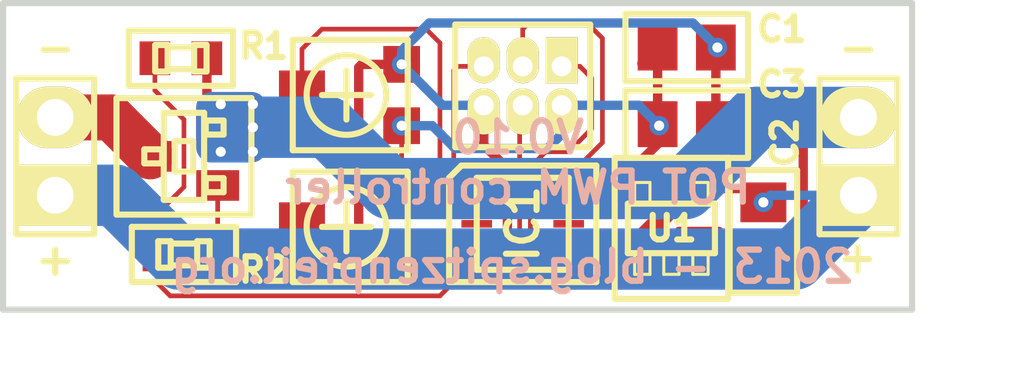
<source format=kicad_pcb>
(kicad_pcb (version 3) (host pcbnew "(2013-05-24 BZR 4164)-testing")

  (general
    (links 31)
    (no_connects 0)
    (area 74.5076 46.6476 111.616669 61.100001)
    (thickness 1.6002)
    (drawings 12)
    (tracks 152)
    (zones 0)
    (modules 14)
    (nets 13)
  )

  (page User 431.8 279.4)
  (title_block
    (title LED-strip_PWM)
    (date "24 May 2013")
    (rev 0.1)
    (company "2012 - blog.spitzenpfeil.org")
  )

  (layers
    (15 Front signal hide)
    (0 Back signal)
    (20 B.SilkS user)
    (21 F.SilkS user hide)
    (22 B.Mask user)
    (23 F.Mask user)
    (25 Cmts.User user)
    (28 Edge.Cuts user)
  )

  (setup
    (last_trace_width 0.1524)
    (user_trace_width 0.1524)
    (user_trace_width 1)
    (user_trace_width 1.5)
    (user_trace_width 2)
    (user_trace_width 2.5)
    (trace_clearance 0.1524)
    (zone_clearance 0.25)
    (zone_45_only yes)
    (trace_min 0.1524)
    (segment_width 0.2)
    (edge_width 0.2)
    (via_size 0.635)
    (via_drill 0.3302)
    (via_min_size 0.635)
    (via_min_drill 0.3302)
    (uvia_size 0.508)
    (uvia_drill 0.127)
    (uvias_allowed no)
    (uvia_min_size 0.508)
    (uvia_min_drill 0.127)
    (pcb_text_width 0.2)
    (pcb_text_size 1 1)
    (mod_edge_width 0.2)
    (mod_text_size 0.8 0.8)
    (mod_text_width 0.2)
    (pad_size 1.19888 1.19888)
    (pad_drill 0)
    (pad_to_mask_clearance 0)
    (aux_axis_origin 0 0)
    (visible_elements 7FFFFF7F)
    (pcbplotparams
      (layerselection 317751297)
      (usegerberextensions true)
      (excludeedgelayer false)
      (linewidth 0.150000)
      (plotframeref false)
      (viasonmask false)
      (mode 1)
      (useauxorigin false)
      (hpglpennumber 1)
      (hpglpenspeed 20)
      (hpglpendiameter 15)
      (hpglpenoverlay 0)
      (psnegative false)
      (psa4output false)
      (plotreference true)
      (plotvalue true)
      (plotothertext true)
      (plotinvisibletext false)
      (padsonsilk false)
      (subtractmaskfromsilk true)
      (outputformat 1)
      (mirror false)
      (drillshape 0)
      (scaleselection 1)
      (outputdirectory gerber_files/))
  )

  (net 0 "")
  (net 1 /MISO)
  (net 2 /MOSI)
  (net 3 /POT1)
  (net 4 /POT2)
  (net 5 /RESET)
  (net 6 /SCK)
  (net 7 /Vin)
  (net 8 /drain)
  (net 9 GND)
  (net 10 GNDPWR)
  (net 11 N-000004)
  (net 12 VCC)

  (net_class Default "This is the default net class."
    (clearance 0.1524)
    (trace_width 0.1524)
    (via_dia 0.635)
    (via_drill 0.3302)
    (uvia_dia 0.508)
    (uvia_drill 0.127)
    (add_net "")
    (add_net /MISO)
    (add_net /MOSI)
    (add_net /POT1)
    (add_net /POT2)
    (add_net /RESET)
    (add_net /SCK)
    (add_net /drain)
    (add_net N-000004)
  )

  (net_class Power ""
    (clearance 0.1524)
    (trace_width 0.3048)
    (via_dia 0.635)
    (via_drill 0.3302)
    (uvia_dia 0.508)
    (uvia_drill 0.127)
    (add_net /Vin)
    (add_net GND)
    (add_net GNDPWR)
    (add_net VCC)
  )

  (module MADW__MLF10 (layer Front) (tedit 51A0251C) (tstamp 51A00159)
    (at 92.95 55.2)
    (path /51A021E9)
    (attr smd)
    (fp_text reference IC1 (at 0 0 90) (layer F.SilkS)
      (effects (font (size 1 1) (thickness 0.2)))
    )
    (fp_text value ATTINY13A-MM (at 0 3.3) (layer F.SilkS) hide
      (effects (font (size 1 1) (thickness 0.2)))
    )
    (fp_line (start -2.4 -1.5) (end -2.4 1.9) (layer F.SilkS) (width 0.2))
    (fp_line (start -2 -1.9) (end 2.4 -1.9) (layer F.SilkS) (width 0.2))
    (fp_line (start -2 -1.9) (end -2.4 -1.5) (layer F.SilkS) (width 0.2))
    (fp_line (start 2.4 1.9) (end -2.4 1.9) (layer F.SilkS) (width 0.2))
    (fp_line (start 2.4 -1.9) (end 2.4 1.9) (layer F.SilkS) (width 0.2))
    (fp_line (start -1.5 -1.5) (end 1.5 -1.5) (layer F.SilkS) (width 0.2))
    (fp_line (start 1.5 -1.5) (end 1.5 1.5) (layer F.SilkS) (width 0.2))
    (fp_line (start 1.5 1.5) (end -1.5 1.5) (layer F.SilkS) (width 0.2))
    (fp_line (start -1.5 1.5) (end -1.5 -1.5) (layer F.SilkS) (width 0.2))
    (pad 1 smd rect (at -1.5 -1) (size 1 0.25)
      (layers Front F.Mask)
      (net 5 /RESET)
    )
    (pad 2 smd rect (at -1.5 -0.5) (size 1 0.25)
      (layers Front F.Mask)
      (net 3 /POT1)
    )
    (pad 3 smd rect (at -1.5 0) (size 1 0.25)
      (layers Front F.Mask)
    )
    (pad 4 smd rect (at -1.5 0.5) (size 1 0.25)
      (layers Front F.Mask)
      (net 4 /POT2)
    )
    (pad 5 smd rect (at -1.5 1) (size 1 0.25)
      (layers Front F.Mask)
      (net 9 GND)
    )
    (pad 6 smd rect (at 1.5 1) (size 1 0.25)
      (layers Front F.Mask)
      (net 2 /MOSI)
    )
    (pad 7 smd rect (at 1.5 0.5) (size 1 0.25)
      (layers Front F.Mask)
      (net 1 /MISO)
    )
    (pad 8 smd rect (at 1.5 0) (size 1 0.25)
      (layers Front F.Mask)
    )
    (pad 9 smd rect (at 1.5 -0.5) (size 1 0.25)
      (layers Front F.Mask)
      (net 6 /SCK)
    )
    (pad 10 smd rect (at 1.5 -1) (size 1 0.25)
      (layers Front F.Mask)
      (net 12 VCC)
    )
  )

  (module MADW__SMD-net-noin-0.5mm (layer Front) (tedit 511B72E3) (tstamp 51050176)
    (at 101.35 51.95)
    (path /50ED7F02)
    (fp_text reference NJ1 (at 0 -3.175) (layer F.SilkS) hide
      (effects (font (size 0.8 0.8) (thickness 0.2)))
    )
    (fp_text value NET-JOIN (at 1.524 2.794) (layer F.SilkS) hide
      (effects (font (size 0.8 0.8) (thickness 0.2)))
    )
    (fp_line (start -0.381 0.127) (end 0.381 0.127) (layer Front) (width 0.25))
    (fp_line (start -0.381 -0.127) (end 0.381 -0.127) (layer Front) (width 0.25))
    (fp_line (start -0.381 0) (end 0.381 0) (layer Front) (width 0.25))
    (pad 1 smd rect (at -0.381 0) (size 0.5 0.5)
      (layers Front)
      (net 9 GND)
    )
    (pad 2 smd rect (at 0.381 0) (size 0.5 0.5)
      (layers Front)
      (net 10 GNDPWR)
    )
  )

  (module MADW__SIL-2 (layer Front) (tedit 51992091) (tstamp 51991833)
    (at 103.9 53 90)
    (descr "Connecteurs 2 pins")
    (tags "CONN DEV")
    (path /50B20DF4)
    (fp_text reference P1 (at 0 -2.54 90) (layer F.SilkS) hide
      (effects (font (size 0.8 0.8) (thickness 0.2)))
    )
    (fp_text value CONN_2 (at 0 2.54 90) (layer F.SilkS) hide
      (effects (font (size 0.8 0.8) (thickness 0.2)))
    )
    (fp_line (start -2.54 1.27) (end -2.54 -1.27) (layer F.SilkS) (width 0.2))
    (fp_line (start -2.54 -1.27) (end 2.54 -1.27) (layer F.SilkS) (width 0.2))
    (fp_line (start 2.54 -1.27) (end 2.54 1.27) (layer F.SilkS) (width 0.2))
    (fp_line (start 2.54 1.27) (end -2.54 1.27) (layer F.SilkS) (width 0.2))
    (pad 1 thru_hole rect (at -1.27 0 90) (size 2 2.5) (drill 1.2)
      (layers *.Cu *.Mask F.SilkS)
      (net 7 /Vin)
    )
    (pad 2 thru_hole oval (at 1.27 0 90) (size 2 2.5) (drill 1.2)
      (layers *.Cu *.Mask F.SilkS)
      (net 10 GNDPWR)
    )
  )

  (module MADW__SIL-2 (layer Front) (tedit 5199209F) (tstamp 5199183C)
    (at 77.7 53 90)
    (descr "Connecteurs 2 pins")
    (tags "CONN DEV")
    (path /50B20CB2)
    (fp_text reference P2 (at 0 -2.54 90) (layer F.SilkS) hide
      (effects (font (size 0.8 0.8) (thickness 0.2)))
    )
    (fp_text value CONN_2 (at 0 2.54 90) (layer F.SilkS) hide
      (effects (font (size 0.8 0.8) (thickness 0.2)))
    )
    (fp_line (start -2.54 1.27) (end -2.54 -1.27) (layer F.SilkS) (width 0.2))
    (fp_line (start -2.54 -1.27) (end 2.54 -1.27) (layer F.SilkS) (width 0.2))
    (fp_line (start 2.54 -1.27) (end 2.54 1.27) (layer F.SilkS) (width 0.2))
    (fp_line (start 2.54 1.27) (end -2.54 1.27) (layer F.SilkS) (width 0.2))
    (pad 1 thru_hole rect (at -1.27 0 90) (size 2 2.5) (drill 1.2)
      (layers *.Cu *.Mask F.SilkS)
      (net 7 /Vin)
    )
    (pad 2 thru_hole oval (at 1.27 0 90) (size 2 2.5) (drill 1.2)
      (layers *.Cu *.Mask F.SilkS)
      (net 8 /drain)
    )
  )

  (module MADW__C0805 (layer Front) (tedit 51991D5C) (tstamp 51991A91)
    (at 98.3 49.45)
    (descr CAPACITOR)
    (tags CAPACITOR)
    (path /4F76EBA8)
    (attr smd)
    (fp_text reference C1 (at 3.1 -0.6 180) (layer F.SilkS)
      (effects (font (size 0.8 0.8) (thickness 0.2)))
    )
    (fp_text value 100nF (at 0 2.2) (layer F.SilkS) hide
      (effects (font (size 0.8 0.8) (thickness 0.2)))
    )
    (fp_line (start 2 -1.1) (end -2 -1.1) (layer F.SilkS) (width 0.2))
    (fp_line (start 2 -1.1) (end 2 1.1) (layer F.SilkS) (width 0.2))
    (fp_line (start 2 1.1) (end -2 1.1) (layer F.SilkS) (width 0.2))
    (fp_line (start -2 1.1) (end -2 -1.1) (layer F.SilkS) (width 0.2))
    (fp_line (start 0.2 -0.4) (end 0.2 0.4) (layer Dwgs.User) (width 0.1))
    (fp_line (start -0.2 -0.4) (end -0.2 0.4) (layer Dwgs.User) (width 0.1))
    (fp_line (start -0.2 0) (end -0.6 0) (layer Dwgs.User) (width 0.1))
    (fp_line (start 0.2 0) (end 0.6 0) (layer Dwgs.User) (width 0.1))
    (fp_line (start -1 -0.63) (end 1 -0.63) (layer Dwgs.User) (width 0.2))
    (fp_line (start 1 -0.63) (end 1 0.63) (layer Dwgs.User) (width 0.2))
    (fp_line (start 1 0.63) (end -1 0.63) (layer Dwgs.User) (width 0.2))
    (fp_line (start -1 0.63) (end -1 -0.63) (layer Dwgs.User) (width 0.2))
    (pad 1 smd rect (at -0.94996 0) (size 1.29794 1.4986)
      (layers Front F.Mask)
      (net 12 VCC)
    )
    (pad 2 smd rect (at 0.94996 0) (size 1.29794 1.4986)
      (layers Front F.Mask)
      (net 9 GND)
    )
  )

  (module MADW__C0805 (layer Front) (tedit 51991D77) (tstamp 51991AA2)
    (at 100.8 55.45 270)
    (descr CAPACITOR)
    (tags CAPACITOR)
    (path /4F76EB9D)
    (attr smd)
    (fp_text reference C2 (at -2.9 -0.7 270) (layer F.SilkS)
      (effects (font (size 0.8 0.8) (thickness 0.2)))
    )
    (fp_text value 100nF (at 0 2.2 270) (layer F.SilkS) hide
      (effects (font (size 0.8 0.8) (thickness 0.2)))
    )
    (fp_line (start 2 -1.1) (end -2 -1.1) (layer F.SilkS) (width 0.2))
    (fp_line (start 2 -1.1) (end 2 1.1) (layer F.SilkS) (width 0.2))
    (fp_line (start 2 1.1) (end -2 1.1) (layer F.SilkS) (width 0.2))
    (fp_line (start -2 1.1) (end -2 -1.1) (layer F.SilkS) (width 0.2))
    (fp_line (start 0.2 -0.4) (end 0.2 0.4) (layer Dwgs.User) (width 0.1))
    (fp_line (start -0.2 -0.4) (end -0.2 0.4) (layer Dwgs.User) (width 0.1))
    (fp_line (start -0.2 0) (end -0.6 0) (layer Dwgs.User) (width 0.1))
    (fp_line (start 0.2 0) (end 0.6 0) (layer Dwgs.User) (width 0.1))
    (fp_line (start -1 -0.63) (end 1 -0.63) (layer Dwgs.User) (width 0.2))
    (fp_line (start 1 -0.63) (end 1 0.63) (layer Dwgs.User) (width 0.2))
    (fp_line (start 1 0.63) (end -1 0.63) (layer Dwgs.User) (width 0.2))
    (fp_line (start -1 0.63) (end -1 -0.63) (layer Dwgs.User) (width 0.2))
    (pad 1 smd rect (at -0.94996 0 270) (size 1.29794 1.4986)
      (layers Front F.Mask)
      (net 7 /Vin)
    )
    (pad 2 smd rect (at 0.94996 0 270) (size 1.29794 1.4986)
      (layers Front F.Mask)
      (net 10 GNDPWR)
    )
  )

  (module MADW__C0805 (layer Front) (tedit 51991D6E) (tstamp 51991AB3)
    (at 98.3 51.95)
    (descr CAPACITOR)
    (tags CAPACITOR)
    (path /4F6EEE81)
    (attr smd)
    (fp_text reference C3 (at 3.1 -1.3) (layer F.SilkS)
      (effects (font (size 0.8 0.8) (thickness 0.2)))
    )
    (fp_text value 4.7µF (at 0 2.2) (layer F.SilkS) hide
      (effects (font (size 0.8 0.8) (thickness 0.2)))
    )
    (fp_line (start 2 -1.1) (end -2 -1.1) (layer F.SilkS) (width 0.2))
    (fp_line (start 2 -1.1) (end 2 1.1) (layer F.SilkS) (width 0.2))
    (fp_line (start 2 1.1) (end -2 1.1) (layer F.SilkS) (width 0.2))
    (fp_line (start -2 1.1) (end -2 -1.1) (layer F.SilkS) (width 0.2))
    (fp_line (start 0.2 -0.4) (end 0.2 0.4) (layer Dwgs.User) (width 0.1))
    (fp_line (start -0.2 -0.4) (end -0.2 0.4) (layer Dwgs.User) (width 0.1))
    (fp_line (start -0.2 0) (end -0.6 0) (layer Dwgs.User) (width 0.1))
    (fp_line (start 0.2 0) (end 0.6 0) (layer Dwgs.User) (width 0.1))
    (fp_line (start -1 -0.63) (end 1 -0.63) (layer Dwgs.User) (width 0.2))
    (fp_line (start 1 -0.63) (end 1 0.63) (layer Dwgs.User) (width 0.2))
    (fp_line (start 1 0.63) (end -1 0.63) (layer Dwgs.User) (width 0.2))
    (fp_line (start -1 0.63) (end -1 -0.63) (layer Dwgs.User) (width 0.2))
    (pad 1 smd rect (at -0.94996 0) (size 1.29794 1.4986)
      (layers Front F.Mask)
      (net 12 VCC)
    )
    (pad 2 smd rect (at 0.94996 0) (size 1.29794 1.4986)
      (layers Front F.Mask)
      (net 9 GND)
    )
  )

  (module MADW__R0603_2 (layer Front) (tedit 519FCED7) (tstamp 51991873)
    (at 81.8 49.8 180)
    (descr RESISTOR)
    (tags RESISTOR)
    (path /50B51D62)
    (attr smd)
    (fp_text reference R1 (at -2.7 0.4 360) (layer F.SilkS)
      (effects (font (size 0.8 0.8) (thickness 0.2)))
    )
    (fp_text value 100k (at 0 2.1 180) (layer F.SilkS) hide
      (effects (font (size 0.8 0.8) (thickness 0.2)))
    )
    (fp_line (start -1.7 -0.9) (end 1.7 -0.9) (layer F.SilkS) (width 0.2))
    (fp_line (start 1.7 -0.9) (end 1.7 0.9) (layer F.SilkS) (width 0.2))
    (fp_line (start 1.7 0.9) (end -1.7 0.9) (layer F.SilkS) (width 0.2))
    (fp_line (start -1.7 0.9) (end -1.7 -0.9) (layer F.SilkS) (width 0.2))
    (fp_line (start 0.4318 0.4318) (end 0.8382 0.4318) (layer F.SilkS) (width 0.2))
    (fp_line (start 0.8382 0.4318) (end 0.8382 -0.4318) (layer F.SilkS) (width 0.2))
    (fp_line (start 0.4318 -0.4318) (end 0.8382 -0.4318) (layer F.SilkS) (width 0.2))
    (fp_line (start 0.4318 0.4318) (end 0.4318 -0.4318) (layer F.SilkS) (width 0.2))
    (fp_line (start -0.8382 0.4318) (end -0.4318 0.4318) (layer F.SilkS) (width 0.2))
    (fp_line (start -0.4318 0.4318) (end -0.4318 -0.4318) (layer F.SilkS) (width 0.2))
    (fp_line (start -0.8382 -0.4318) (end -0.4318 -0.4318) (layer F.SilkS) (width 0.2))
    (fp_line (start -0.8382 0.4318) (end -0.8382 -0.4318) (layer F.SilkS) (width 0.2))
    (fp_line (start -0.4318 0.3556) (end 0.4318 0.3556) (layer F.SilkS) (width 0.2))
    (fp_line (start 0.4318 -0.3556) (end -0.4318 -0.3556) (layer F.SilkS) (width 0.2))
    (pad 1 smd rect (at -0.84836 0 180) (size 0.99822 1.09982)
      (layers Front F.Mask)
      (net 10 GNDPWR)
    )
    (pad 2 smd rect (at 0.84836 0 180) (size 0.99822 1.09982)
      (layers Front F.Mask)
      (net 2 /MOSI)
    )
  )

  (module MADW__R0603_2 (layer Front) (tedit 519FCED3) (tstamp 519FCE3A)
    (at 81.9 56.2)
    (descr RESISTOR)
    (tags RESISTOR)
    (path /4F6EEBD3)
    (attr smd)
    (fp_text reference R2 (at 2.6 0.5 180) (layer F.SilkS)
      (effects (font (size 0.8 0.8) (thickness 0.2)))
    )
    (fp_text value 150R (at 0 2.1) (layer F.SilkS) hide
      (effects (font (size 0.8 0.8) (thickness 0.2)))
    )
    (fp_line (start -1.7 -0.9) (end 1.7 -0.9) (layer F.SilkS) (width 0.2))
    (fp_line (start 1.7 -0.9) (end 1.7 0.9) (layer F.SilkS) (width 0.2))
    (fp_line (start 1.7 0.9) (end -1.7 0.9) (layer F.SilkS) (width 0.2))
    (fp_line (start -1.7 0.9) (end -1.7 -0.9) (layer F.SilkS) (width 0.2))
    (fp_line (start 0.4318 0.4318) (end 0.8382 0.4318) (layer F.SilkS) (width 0.2))
    (fp_line (start 0.8382 0.4318) (end 0.8382 -0.4318) (layer F.SilkS) (width 0.2))
    (fp_line (start 0.4318 -0.4318) (end 0.8382 -0.4318) (layer F.SilkS) (width 0.2))
    (fp_line (start 0.4318 0.4318) (end 0.4318 -0.4318) (layer F.SilkS) (width 0.2))
    (fp_line (start -0.8382 0.4318) (end -0.4318 0.4318) (layer F.SilkS) (width 0.2))
    (fp_line (start -0.4318 0.4318) (end -0.4318 -0.4318) (layer F.SilkS) (width 0.2))
    (fp_line (start -0.8382 -0.4318) (end -0.4318 -0.4318) (layer F.SilkS) (width 0.2))
    (fp_line (start -0.8382 0.4318) (end -0.8382 -0.4318) (layer F.SilkS) (width 0.2))
    (fp_line (start -0.4318 0.3556) (end 0.4318 0.3556) (layer F.SilkS) (width 0.2))
    (fp_line (start 0.4318 -0.3556) (end -0.4318 -0.3556) (layer F.SilkS) (width 0.2))
    (pad 1 smd rect (at -0.84836 0) (size 0.99822 1.09982)
      (layers Front F.Mask)
      (net 2 /MOSI)
    )
    (pad 2 smd rect (at 0.84836 0) (size 0.99822 1.09982)
      (layers Front F.Mask)
      (net 11 N-000004)
    )
  )

  (module MADW__TC33X-POT (layer Front) (tedit 51A00109) (tstamp 51A0050B)
    (at 87.2 51 90)
    (path /519FCA8A)
    (fp_text reference RV1 (at -0.01 -3.44 90) (layer F.SilkS) hide
      (effects (font (size 1 1) (thickness 0.2)))
    )
    (fp_text value 50k (at 0 3.85064 90) (layer F.SilkS) hide
      (effects (font (size 1 1) (thickness 0.2)))
    )
    (fp_line (start -0.8001 0) (end 0.8001 0) (layer F.SilkS) (width 0.2))
    (fp_line (start 0 -0.8001) (end 0 0.8001) (layer F.SilkS) (width 0.2))
    (fp_circle (center 0 0) (end 1.15062 0.59944) (layer F.SilkS) (width 0.2))
    (fp_line (start 0 -1.75006) (end 1.80086 -1.75006) (layer F.SilkS) (width 0.2))
    (fp_line (start 1.80086 -1.75006) (end 1.80086 1.99898) (layer F.SilkS) (width 0.2))
    (fp_line (start 1.80086 1.99898) (end -1.80086 1.99898) (layer F.SilkS) (width 0.2))
    (fp_line (start -1.80086 1.99898) (end -1.80086 -1.75006) (layer F.SilkS) (width 0.2))
    (fp_line (start -1.80086 -1.75006) (end 0 -1.75006) (layer F.SilkS) (width 0.2))
    (pad 1 smd rect (at -1.00076 1.80086 90) (size 1.19888 1.19888)
      (layers Front F.Mask)
      (net 12 VCC)
    )
    (pad 3 smd rect (at 1.00076 1.80086 90) (size 1.19888 1.19888)
      (layers Front F.Mask)
      (net 9 GND)
    )
    (pad 2 smd rect (at 0 -1.45034 90) (size 1.6002 1.50114)
      (layers Front F.Mask)
      (net 3 /POT1)
    )
  )

  (module MADW__TC33X-POT (layer Front) (tedit 519FCB6D) (tstamp 519FCC4F)
    (at 87.2 55.3 90)
    (path /519FCA99)
    (fp_text reference RV2 (at -0.01 -3.44 90) (layer F.SilkS) hide
      (effects (font (size 1 1) (thickness 0.2)))
    )
    (fp_text value 50k (at 0 3.85064 90) (layer F.SilkS) hide
      (effects (font (size 1 1) (thickness 0.2)))
    )
    (fp_line (start -0.8001 0) (end 0.8001 0) (layer F.SilkS) (width 0.2))
    (fp_line (start 0 -0.8001) (end 0 0.8001) (layer F.SilkS) (width 0.2))
    (fp_circle (center 0 0) (end 1.15062 0.59944) (layer F.SilkS) (width 0.2))
    (fp_line (start 0 -1.75006) (end 1.80086 -1.75006) (layer F.SilkS) (width 0.2))
    (fp_line (start 1.80086 -1.75006) (end 1.80086 1.99898) (layer F.SilkS) (width 0.2))
    (fp_line (start 1.80086 1.99898) (end -1.80086 1.99898) (layer F.SilkS) (width 0.2))
    (fp_line (start -1.80086 1.99898) (end -1.80086 -1.75006) (layer F.SilkS) (width 0.2))
    (fp_line (start -1.80086 -1.75006) (end 0 -1.75006) (layer F.SilkS) (width 0.2))
    (pad 1 smd rect (at -1.00076 1.80086 90) (size 1.19888 1.19888)
      (layers Front F.Mask)
      (net 9 GND)
    )
    (pad 3 smd rect (at 1.00076 1.80086 90) (size 1.19888 1.19888)
      (layers Front F.Mask)
      (net 12 VCC)
    )
    (pad 2 smd rect (at 0 -1.45034 90) (size 1.6002 1.50114)
      (layers Front F.Mask)
      (net 4 /POT2)
    )
  )

  (module MADW__SOT23 (layer Front) (tedit 519FE6EE) (tstamp 519FDA42)
    (at 81.9 53 90)
    (descr "SMALL OUTLINE TRANSISTOR")
    (tags "SMALL OUTLINE TRANSISTOR")
    (path /519FBEE4)
    (attr smd)
    (fp_text reference T1 (at 0 -3 90) (layer F.SilkS) hide
      (effects (font (size 1 1) (thickness 0.2)))
    )
    (fp_text value AO3400 (at 0 3.2 90) (layer F.SilkS) hide
      (effects (font (size 1 1) (thickness 0.2)))
    )
    (fp_line (start 1.9 -2.2) (end 1.9 2.2) (layer F.SilkS) (width 0.2))
    (fp_line (start 1.9 2.2) (end -1.9 2.2) (layer F.SilkS) (width 0.2))
    (fp_line (start -1.9 2.2) (end -1.9 -2.2) (layer F.SilkS) (width 0.2))
    (fp_line (start -1.9 -2.2) (end 1.9 -2.2) (layer F.SilkS) (width 0.2))
    (fp_line (start -0.2286 -0.7112) (end 0.2286 -0.7112) (layer F.SilkS) (width 0.2))
    (fp_line (start 0.2286 -0.7112) (end 0.2286 -1.29286) (layer F.SilkS) (width 0.2))
    (fp_line (start -0.2286 -1.29286) (end 0.2286 -1.29286) (layer F.SilkS) (width 0.2))
    (fp_line (start -0.2286 -0.7112) (end -0.2286 -1.29286) (layer F.SilkS) (width 0.2))
    (fp_line (start 0.7112 1.29286) (end 1.1684 1.29286) (layer F.SilkS) (width 0.2))
    (fp_line (start 1.1684 1.29286) (end 1.1684 0.7112) (layer F.SilkS) (width 0.2))
    (fp_line (start 0.7112 0.7112) (end 1.1684 0.7112) (layer F.SilkS) (width 0.2))
    (fp_line (start 0.7112 1.29286) (end 0.7112 0.7112) (layer F.SilkS) (width 0.2))
    (fp_line (start -1.1684 1.29286) (end -0.7112 1.29286) (layer F.SilkS) (width 0.2))
    (fp_line (start -0.7112 1.29286) (end -0.7112 0.7112) (layer F.SilkS) (width 0.2))
    (fp_line (start -1.1684 0.7112) (end -0.7112 0.7112) (layer F.SilkS) (width 0.2))
    (fp_line (start -1.1684 1.29286) (end -1.1684 0.7112) (layer F.SilkS) (width 0.2))
    (fp_line (start -0.49784 0.29972) (end 0.49784 0.29972) (layer F.SilkS) (width 0.2))
    (fp_line (start 0.49784 0.29972) (end 0.49784 -0.29972) (layer F.SilkS) (width 0.2))
    (fp_line (start -0.49784 -0.29972) (end 0.49784 -0.29972) (layer F.SilkS) (width 0.2))
    (fp_line (start -0.49784 0.29972) (end -0.49784 -0.29972) (layer F.SilkS) (width 0.2))
    (fp_line (start 1.41986 -0.65786) (end 1.41986 0.65786) (layer F.SilkS) (width 0.2))
    (fp_line (start 1.41986 0.65786) (end -1.41986 0.65786) (layer F.SilkS) (width 0.2))
    (fp_line (start -1.41986 0.65786) (end -1.41986 -0.65786) (layer F.SilkS) (width 0.2))
    (fp_line (start -1.41986 -0.65786) (end 1.41986 -0.65786) (layer F.SilkS) (width 0.2))
    (pad 1 smd rect (at -0.95 1.1 90) (size 1 1.4)
      (layers Front F.Mask)
      (net 11 N-000004)
    )
    (pad 2 smd rect (at 0.95 1.1 90) (size 1 1.4)
      (layers Front F.Mask)
      (net 10 GNDPWR)
    )
    (pad 3 smd rect (at 0 -1.1 90) (size 1 1.4)
      (layers Front F.Mask)
      (net 8 /drain)
    )
  )

  (module MADW__SOT23-5 (layer Front) (tedit 519FE6F7) (tstamp 519FC4C3)
    (at 97.8 55.35)
    (descr "SMALL OUTLINE TRANSISTOR")
    (tags "SMALL OUTLINE TRANSISTOR")
    (path /50ED7AA4)
    (attr smd)
    (fp_text reference U1 (at 0 0) (layer F.SilkS)
      (effects (font (size 0.8 0.8) (thickness 0.2)))
    )
    (fp_text value MCP1804-SOT23-5 (at 0 3.1) (layer F.SilkS) hide
      (effects (font (size 0.8 0.8) (thickness 0.2)))
    )
    (fp_line (start -1.85 -2.3) (end 1.85 -2.3) (layer F.SilkS) (width 0.2))
    (fp_line (start -1.85 -2.3) (end -1.85 2.3) (layer F.SilkS) (width 0.2))
    (fp_line (start -1.85 2.3) (end 1.85 2.3) (layer F.SilkS) (width 0.2))
    (fp_line (start 1.85 -2.3) (end 1.85 2.3) (layer F.SilkS) (width 0.2))
    (fp_line (start -1.41986 -0.80772) (end 1.41986 -0.80772) (layer F.SilkS) (width 0.2))
    (fp_line (start -1.41986 0.80772) (end 1.41986 0.80772) (layer F.SilkS) (width 0.2))
    (fp_line (start -1.19888 1.4986) (end -0.6985 1.4986) (layer F.SilkS) (width 0.1))
    (fp_line (start -0.6985 1.4986) (end -0.6985 0.84836) (layer F.SilkS) (width 0.1))
    (fp_line (start -1.19888 1.4986) (end -1.19888 0.84836) (layer F.SilkS) (width 0.1))
    (fp_line (start -0.24892 1.4986) (end 0.24892 1.4986) (layer F.SilkS) (width 0.1))
    (fp_line (start 0.24892 1.4986) (end 0.24892 0.84836) (layer F.SilkS) (width 0.1))
    (fp_line (start -0.24892 1.4986) (end -0.24892 0.84836) (layer F.SilkS) (width 0.1))
    (fp_line (start 0.6985 1.4986) (end 1.19888 1.4986) (layer F.SilkS) (width 0.1))
    (fp_line (start 1.19888 1.4986) (end 1.19888 0.84836) (layer F.SilkS) (width 0.1))
    (fp_line (start 0.6985 1.4986) (end 0.6985 0.84836) (layer F.SilkS) (width 0.1))
    (fp_line (start 1.19888 -0.84836) (end 1.19888 -1.4986) (layer F.SilkS) (width 0.1))
    (fp_line (start 0.6985 -1.4986) (end 1.19888 -1.4986) (layer F.SilkS) (width 0.1))
    (fp_line (start 0.6985 -0.84836) (end 0.6985 -1.4986) (layer F.SilkS) (width 0.1))
    (fp_line (start -0.6985 -0.84836) (end -0.6985 -1.4986) (layer F.SilkS) (width 0.1))
    (fp_line (start -1.19888 -1.4986) (end -0.6985 -1.4986) (layer F.SilkS) (width 0.1))
    (fp_line (start -1.19888 -0.84836) (end -1.19888 -1.4986) (layer F.SilkS) (width 0.1))
    (fp_line (start 1.41986 -0.80772) (end 1.41986 0.80772) (layer F.SilkS) (width 0.2))
    (fp_line (start -1.41986 0.80772) (end -1.41986 -0.80772) (layer F.SilkS) (width 0.2))
    (pad 1 smd rect (at -0.95 1.3) (size 0.65 1.25)
      (layers Front F.Mask)
      (net 7 /Vin)
    )
    (pad 2 smd rect (at 0 1.3) (size 0.65 1.25)
      (layers Front F.Mask)
      (net 10 GNDPWR)
    )
    (pad 3 smd rect (at 0.95 1.3) (size 0.65 1.25)
      (layers Front F.Mask)
    )
    (pad 4 smd rect (at 0.95 -1.3) (size 0.65 1.25)
      (layers Front F.Mask)
      (net 7 /Vin)
    )
    (pad 5 smd rect (at -0.95 -1.3) (size 0.65 1.25)
      (layers Front F.Mask)
      (net 12 VCC)
    )
  )

  (module MADW__PIN_ARRAY_3x2_1.27mm (layer Front) (tedit 51A00393) (tstamp 51A00529)
    (at 92.95 50.7 180)
    (descr "Male 3x2 header with 1.27mm raster")
    (tags "CONN, header, male, 3x2, 1.27mm")
    (path /4F6EC6BB)
    (clearance 0.15)
    (fp_text reference JP1 (at 0 -3.1 180) (layer F.SilkS) hide
      (effects (font (size 1 1) (thickness 0.2)))
    )
    (fp_text value ISP (at 0 3.3 180) (layer F.SilkS) hide
      (effects (font (size 1 1) (thickness 0.2)))
    )
    (fp_line (start 2.2 -2) (end -2.2 -2) (layer F.SilkS) (width 0.2))
    (fp_line (start -2.2 -2) (end -2.2 2) (layer F.SilkS) (width 0.2))
    (fp_line (start 2.2 -2) (end 2.2 2) (layer F.SilkS) (width 0.2))
    (fp_line (start 2.2 2) (end -2.2 2) (layer F.SilkS) (width 0.2))
    (pad 1 thru_hole rect (at -1.27 0.635 180) (size 1.05 1.5) (drill 0.65 (offset 0 0.2))
      (layers *.Cu *.Mask F.SilkS)
      (net 1 /MISO)
    )
    (pad 2 thru_hole oval (at -1.27 -0.635 180) (size 1.05 1.5) (drill 0.65 (offset 0 -0.2))
      (layers *.Cu *.Mask F.SilkS)
      (net 12 VCC)
    )
    (pad 3 thru_hole oval (at 0 0.635 180) (size 1.05 1.5) (drill 0.65 (offset 0 0.2))
      (layers *.Cu *.Mask F.SilkS)
      (net 6 /SCK)
    )
    (pad 4 thru_hole oval (at 0 -0.635 180) (size 1.05 1.5) (drill 0.65 (offset 0 -0.2))
      (layers *.Cu *.Mask F.SilkS)
      (net 2 /MOSI)
    )
    (pad 5 thru_hole oval (at 1.27 0.635 180) (size 1.05 1.5) (drill 0.65 (offset 0 0.2))
      (layers *.Cu *.Mask F.SilkS)
      (net 5 /RESET)
    )
    (pad 6 thru_hole oval (at 1.27 -0.635 180) (size 1.05 1.5) (drill 0.65 (offset 0 -0.2))
      (layers *.Cu *.Mask F.SilkS)
      (net 9 GND)
    )
  )

  (gr_text + (at 77.7 56.35) (layer F.SilkS)
    (effects (font (size 1 1) (thickness 0.2)))
  )
  (gr_text - (at 77.7 49.45) (layer F.SilkS)
    (effects (font (size 1 1) (thickness 0.2)))
  )
  (gr_text - (at 103.9 49.45) (layer F.SilkS)
    (effects (font (size 1 1) (thickness 0.2)))
  )
  (gr_text + (at 103.8 56.35 90) (layer F.SilkS)
    (effects (font (size 1 1) (thickness 0.2)))
  )
  (dimension 10 (width 0.2) (layer Cmts.User)
    (gr_text "10.000 mm" (at 108.05 53 90) (layer Cmts.User)
      (effects (font (size 0.8 0.8) (thickness 0.2)))
    )
    (feature1 (pts (xy 105.65 48) (xy 108.95 48)))
    (feature2 (pts (xy 105.65 58) (xy 108.95 58)))
    (crossbar (pts (xy 107.15 58) (xy 107.15 48)))
    (arrow1a (pts (xy 107.15 48) (xy 107.736421 49.126504)))
    (arrow1b (pts (xy 107.15 48) (xy 106.563579 49.126504)))
    (arrow2a (pts (xy 107.15 58) (xy 107.736421 56.873496)))
    (arrow2b (pts (xy 107.15 58) (xy 106.563579 56.873496)))
  )
  (dimension 29.65 (width 0.2) (layer Cmts.User)
    (gr_text "29.650 mm" (at 90.825 60.2) (layer Cmts.User)
      (effects (font (size 0.8 0.8) (thickness 0.2)))
    )
    (feature1 (pts (xy 105.65 58) (xy 105.65 61.1)))
    (feature2 (pts (xy 76 58) (xy 76 61.1)))
    (crossbar (pts (xy 76 59.3) (xy 105.65 59.3)))
    (arrow1a (pts (xy 105.65 59.3) (xy 104.523496 59.886421)))
    (arrow1b (pts (xy 105.65 59.3) (xy 104.523496 58.713579)))
    (arrow2a (pts (xy 76 59.3) (xy 77.126504 59.886421)))
    (arrow2b (pts (xy 76 59.3) (xy 77.126504 58.713579)))
  )
  (gr_line (start 105.65 58) (end 76 58) (angle 90) (layer Edge.Cuts) (width 0.2))
  (gr_line (start 76 48) (end 105.65 48) (angle 90) (layer Edge.Cuts) (width 0.2))
  (gr_line (start 105.65 58) (end 105.65 48) (angle 90) (layer Edge.Cuts) (width 0.2))
  (gr_line (start 76 48) (end 76 58) (angle 90) (layer Edge.Cuts) (width 0.2) (tstamp 519FCD61))
  (gr_text "V0.10\nPOT PWM controller" (at 92.8 53.2) (layer B.SilkS)
    (effects (font (size 1.016 1.016) (thickness 0.2032)) (justify mirror))
  )
  (gr_text "2013 - blog.spitzenpfeil.org" (at 92.6 56.6) (layer B.SilkS) (tstamp 51969E44)
    (effects (font (size 1.016 1.016) (thickness 0.2032)) (justify mirror))
  )

  (segment (start 95.2 52.1) (end 95.2 50.45) (width 0.1524) (layer Front) (net 1))
  (segment (start 95.2 52.1) (end 94.45 52.85) (width 0.1524) (layer Front) (net 1) (tstamp 51A02C60))
  (segment (start 94.45 52.85) (end 93.7 52.85) (width 0.1524) (layer Front) (net 1) (tstamp 51A02C61))
  (segment (start 93.7 52.85) (end 93.2 53.35) (width 0.1524) (layer Front) (net 1) (tstamp 51A02C63))
  (segment (start 93.2 53.35) (end 93.2 55.35) (width 0.1524) (layer Front) (net 1) (tstamp 51A02C64))
  (segment (start 93.2 55.35) (end 93.55 55.7) (width 0.1524) (layer Front) (net 1) (tstamp 51A02C65))
  (segment (start 94.45 55.7) (end 93.55 55.7) (width 0.1524) (layer Front) (net 1) (tstamp 51A02C66) (status 10))
  (segment (start 94.815 50.065) (end 94.22 50.065) (width 0.1524) (layer Front) (net 1) (tstamp 51A02CCD) (status 20))
  (segment (start 95.2 50.45) (end 94.815 50.065) (width 0.1524) (layer Front) (net 1) (tstamp 51A02CCC))
  (segment (start 92.85 55.55) (end 92.85 51.435) (width 0.1524) (layer Front) (net 2) (status 20))
  (segment (start 93.5 56.2) (end 92.85 55.55) (width 0.1524) (layer Front) (net 2) (tstamp 51A02C21))
  (segment (start 92.85 51.435) (end 92.95 51.335) (width 0.1524) (layer Front) (net 2) (tstamp 51A02CC3) (status 30))
  (segment (start 93.5 56.2) (end 92.8 56.9) (width 0.1524) (layer Front) (net 2))
  (segment (start 81.05164 57.15164) (end 81.05164 56.2) (width 0.1524) (layer Front) (net 2) (tstamp 51A02C9C) (status 20))
  (segment (start 81.45 57.55) (end 81.05164 57.15164) (width 0.1524) (layer Front) (net 2) (tstamp 51A02C9B))
  (segment (start 90.25 57.55) (end 81.45 57.55) (width 0.1524) (layer Front) (net 2) (tstamp 51A02C9A))
  (segment (start 90.9 56.9) (end 90.25 57.55) (width 0.1524) (layer Front) (net 2) (tstamp 51A02C99))
  (segment (start 92.8 56.9) (end 90.9 56.9) (width 0.1524) (layer Front) (net 2) (tstamp 51A02C98))
  (segment (start 93.5 56.2) (end 94.45 56.2) (width 0.1524) (layer Front) (net 2) (tstamp 51A02C22) (status 20))
  (segment (start 81.05164 56.6) (end 81.05164 54.84836) (width 0.1524) (layer Front) (net 2) (status 10))
  (segment (start 80.95164 50.85164) (end 80.95164 49.5) (width 0.1524) (layer Front) (net 2) (tstamp 519FD37F) (status 20))
  (segment (start 81.9 51.8) (end 80.95164 50.85164) (width 0.1524) (layer Front) (net 2) (tstamp 519FD37E))
  (segment (start 81.9 54) (end 81.9 51.8) (width 0.1524) (layer Front) (net 2) (tstamp 519FD37C))
  (segment (start 81.05164 54.84836) (end 81.9 54) (width 0.1524) (layer Front) (net 2) (tstamp 519FD37A))
  (segment (start 85.74966 51) (end 85.74966 49.50034) (width 0.1524) (layer Front) (net 3) (status 10))
  (segment (start 90.5 54.7) (end 91.45 54.7) (width 0.1524) (layer Front) (net 3) (tstamp 51A02C81) (status 20))
  (segment (start 90.25 54.45) (end 90.5 54.7) (width 0.1524) (layer Front) (net 3) (tstamp 51A02C80))
  (segment (start 90.25 49.3) (end 90.25 54.45) (width 0.1524) (layer Front) (net 3) (tstamp 51A02C7F))
  (segment (start 89.8 48.85) (end 90.25 49.3) (width 0.1524) (layer Front) (net 3) (tstamp 51A02C7E))
  (segment (start 86.4 48.85) (end 89.8 48.85) (width 0.1524) (layer Front) (net 3) (tstamp 51A02C7C))
  (segment (start 85.74966 49.50034) (end 86.4 48.85) (width 0.1524) (layer Front) (net 3) (tstamp 51A02C7B))
  (segment (start 90.4 56.9) (end 90.4 55.85) (width 0.1524) (layer Front) (net 4))
  (segment (start 90.4 56.9) (end 90.1 57.2) (width 0.1524) (layer Front) (net 4) (tstamp 51A02C6A))
  (segment (start 90.1 57.2) (end 86.3 57.2) (width 0.1524) (layer Front) (net 4) (tstamp 51A02C6B))
  (segment (start 86.3 57.2) (end 85.74966 56.64966) (width 0.1524) (layer Front) (net 4) (tstamp 51A02C6C))
  (segment (start 85.74966 55.3) (end 85.74966 56.64966) (width 0.1524) (layer Front) (net 4) (tstamp 51A02C6E) (status 10))
  (segment (start 90.55 55.7) (end 91.45 55.7) (width 0.1524) (layer Front) (net 4) (tstamp 51A02C78) (status 20))
  (segment (start 90.4 55.85) (end 90.55 55.7) (width 0.1524) (layer Front) (net 4) (tstamp 51A02C77))
  (segment (start 90.7 54) (end 90.7 50.2) (width 0.1524) (layer Front) (net 5))
  (segment (start 91.45 54.2) (end 90.9 54.2) (width 0.1524) (layer Front) (net 5) (tstamp 51A02C28) (status 10))
  (segment (start 90.7 54) (end 90.9 54.2) (width 0.1524) (layer Front) (net 5) (tstamp 51A02C27))
  (segment (start 90.835 50.065) (end 91.68 50.065) (width 0.1524) (layer Front) (net 5) (tstamp 51A02CC9) (status 20))
  (segment (start 90.7 50.2) (end 90.835 50.065) (width 0.1524) (layer Front) (net 5) (tstamp 51A02CC8))
  (segment (start 92.95 50.065) (end 92.95 48.85) (width 0.1524) (layer Front) (net 6) (status 10))
  (segment (start 93.6 54.7) (end 93.55 54.65) (width 0.1524) (layer Front) (net 6) (tstamp 51A02C36))
  (segment (start 93.55 54.65) (end 93.55 53.8) (width 0.1524) (layer Front) (net 6) (tstamp 51A02C37))
  (segment (start 93.55 53.8) (end 94 53.35) (width 0.1524) (layer Front) (net 6) (tstamp 51A02C38))
  (segment (start 94 53.35) (end 94.75 53.35) (width 0.1524) (layer Front) (net 6) (tstamp 51A02C39))
  (segment (start 94.75 53.35) (end 95.55 52.55) (width 0.1524) (layer Front) (net 6) (tstamp 51A02C3A))
  (segment (start 93.6 54.7) (end 94.45 54.7) (width 0.1524) (layer Front) (net 6) (status 20))
  (segment (start 95.55 49.15) (end 95.55 52.55) (width 0.1524) (layer Front) (net 6) (tstamp 51A02CD3))
  (segment (start 95.05 48.65) (end 95.55 49.15) (width 0.1524) (layer Front) (net 6) (tstamp 51A02CD2))
  (segment (start 93.15 48.65) (end 95.05 48.65) (width 0.1524) (layer Front) (net 6) (tstamp 51A02CD1))
  (segment (start 92.95 48.85) (end 93.15 48.65) (width 0.1524) (layer Front) (net 6) (tstamp 51A02CD0))
  (segment (start 96.85004 56.64794) (end 96.85004 55.44996) (width 0.3048) (layer Front) (net 7) (status 10))
  (segment (start 98.1 54.05) (end 98.75 54.05) (width 0.3048) (layer Front) (net 7) (tstamp 51A0089E) (status 20))
  (segment (start 97.85 54.3) (end 98.1 54.05) (width 0.3048) (layer Front) (net 7) (tstamp 51A0089C))
  (segment (start 97.85 54.85) (end 97.85 54.3) (width 0.3048) (layer Front) (net 7) (tstamp 51A0089B))
  (segment (start 97.5 55.2) (end 97.85 54.85) (width 0.3048) (layer Front) (net 7) (tstamp 51A0089A))
  (segment (start 97.1 55.2) (end 97.5 55.2) (width 0.3048) (layer Front) (net 7) (tstamp 51A00899))
  (segment (start 96.85004 55.44996) (end 97.1 55.2) (width 0.3048) (layer Front) (net 7) (tstamp 51A00898))
  (segment (start 77.7 54.27) (end 79.67 54.27) (width 2) (layer Back) (net 7) (status 10))
  (segment (start 101.82 56.35) (end 103.9 54.27) (width 2) (layer Back) (net 7) (tstamp 519FD928) (status 20))
  (segment (start 81.75 56.35) (end 101.82 56.35) (width 2) (layer Back) (net 7) (tstamp 519FD927))
  (segment (start 79.67 54.27) (end 81.75 56.35) (width 2) (layer Back) (net 7) (tstamp 519FD926))
  (via (at 100.8 54.50004) (size 0.635) (layers Front Back) (net 7) (status 30))
  (segment (start 100.35202 54.05206) (end 100.8 54.50004) (width 0.3048) (layer Front) (net 7) (tstamp 519FD4DE) (status 30))
  (segment (start 98.74996 54.05206) (end 100.35202 54.05206) (width 0.3048) (layer Front) (net 7) (status 30))
  (segment (start 101.03004 54.27) (end 103.9 54.27) (width 0.3048) (layer Back) (net 7) (tstamp 519FD59F) (status 20))
  (segment (start 100.8 54.50004) (end 101.03004 54.27) (width 0.3048) (layer Back) (net 7) (tstamp 519FD59E))
  (segment (start 77.7 51.73) (end 79.53018 51.73) (width 1.5) (layer Front) (net 8) (status 10))
  (segment (start 79.53018 51.73) (end 80.80018 53) (width 1.5) (layer Front) (net 8) (tstamp 519FD5B3) (status 20))
  (segment (start 89 50) (end 90.335 51.335) (width 0.3048) (layer Back) (net 9))
  (segment (start 90.335 51.335) (end 91.68 51.335) (width 0.3048) (layer Back) (net 9) (tstamp 51A02CE4) (status 20))
  (segment (start 91.68 51.335) (end 91.68 52.63) (width 0.3048) (layer Front) (net 9) (status 10))
  (segment (start 92.3 56.2) (end 91.45 56.2) (width 0.3048) (layer Front) (net 9) (tstamp 51A02C33) (status 20))
  (segment (start 92.45 56.05) (end 92.3 56.2) (width 0.3048) (layer Front) (net 9) (tstamp 51A02C32))
  (segment (start 92.45 53.4) (end 92.45 56.05) (width 0.3048) (layer Front) (net 9) (tstamp 51A02C31))
  (segment (start 91.68 52.63) (end 92.45 53.4) (width 0.3048) (layer Front) (net 9) (tstamp 51A02C30))
  (segment (start 99.3 49.45) (end 99.24996 49.45) (width 0.3048) (layer Front) (net 9) (tstamp 51A00888) (status 30))
  (via (at 99.3 49.45) (size 0.635) (layers Front Back) (net 9) (status 30))
  (segment (start 98.5 48.65) (end 99.3 49.45) (width 0.3048) (layer Back) (net 9) (tstamp 51A00886))
  (segment (start 89.9 48.65) (end 98.5 48.65) (width 0.3048) (layer Back) (net 9) (tstamp 51A00884))
  (segment (start 89.00086 56.30076) (end 87.80076 56.30076) (width 0.3048) (layer Front) (net 9) (tstamp 519FD6DF) (status 10))
  (segment (start 99.25 49.45) (end 99.24996 49.45) (width 0.3048) (layer Front) (net 9) (tstamp 519FD719) (status 30))
  (segment (start 99.3 49.4) (end 99.25 49.45) (width 0.3048) (layer Front) (net 9) (tstamp 519FD718) (status 30))
  (segment (start 99.24996 49.45) (end 99.24996 51.95) (width 0.3048) (layer Front) (net 9) (status 30))
  (segment (start 100.969 51.95) (end 99.24996 51.95) (width 0.1524) (layer Front) (net 9) (status 30))
  (segment (start 99.24996 49.49996) (end 99.24996 49.55) (width 0.3048) (layer Front) (net 9) (tstamp 51A6EA05) (status 30))
  (segment (start 99.2 49.45) (end 99.24996 49.49996) (width 0.3048) (layer Front) (net 9) (tstamp 51A6EA04) (status 30))
  (segment (start 87.6 56.1) (end 87.80076 56.30076) (width 0.3048) (layer Front) (net 9) (tstamp 519FD6DE))
  (segment (start 87.6 50.1) (end 87.6 56.1) (width 0.3048) (layer Front) (net 9) (tstamp 519FD6DD))
  (segment (start 87.70076 49.99924) (end 87.6 50.1) (width 0.3048) (layer Front) (net 9) (tstamp 519FD6DC))
  (segment (start 89 50) (end 89 49.55) (width 0.3048) (layer Back) (net 9))
  (segment (start 89 49.55) (end 89.9 48.65) (width 0.3048) (layer Back) (net 9) (tstamp 51A00883))
  (segment (start 89.0001 50) (end 89.00086 49.99924) (width 0.3048) (layer Front) (net 9) (tstamp 51A005BA) (status 30))
  (segment (start 89 50) (end 89.0001 50) (width 0.3048) (layer Front) (net 9) (tstamp 51A005B9) (status 30))
  (via (at 89 50) (size 0.635) (layers Front Back) (net 9) (status 30))
  (segment (start 89.00086 49.99924) (end 87.70076 49.99924) (width 0.3048) (layer Front) (net 9) (status 10))
  (segment (start 97.8 56.65) (end 97.8 55.7) (width 0.3048) (layer Front) (net 10) (status 10))
  (segment (start 99.89996 56.39996) (end 100.8 56.39996) (width 0.3048) (layer Front) (net 10) (tstamp 51A008A7) (status 20))
  (segment (start 99.6 56.1) (end 99.89996 56.39996) (width 0.3048) (layer Front) (net 10) (tstamp 51A008A6))
  (segment (start 99.6 55.7) (end 99.6 56.1) (width 0.3048) (layer Front) (net 10) (tstamp 51A008A5))
  (segment (start 99.35 55.45) (end 99.6 55.7) (width 0.3048) (layer Front) (net 10) (tstamp 51A008A4))
  (segment (start 98.05 55.45) (end 99.35 55.45) (width 0.3048) (layer Front) (net 10) (tstamp 51A008A3))
  (segment (start 97.8 55.7) (end 98.05 55.45) (width 0.3048) (layer Front) (net 10) (tstamp 51A008A2))
  (segment (start 84.15 52.05) (end 86.5999 52.05) (width 2) (layer Back) (net 10))
  (segment (start 100.57 51.73) (end 103.9 51.73) (width 2) (layer Back) (net 10) (tstamp 519FE9EF) (status 20))
  (segment (start 98.25 54.05) (end 100.57 51.73) (width 2) (layer Back) (net 10) (tstamp 519FE9ED))
  (segment (start 88.5999 54.05) (end 98.25 54.05) (width 2) (layer Back) (net 10) (tstamp 519FE9EC))
  (segment (start 86.5999 52.05) (end 88.5999 54.05) (width 2) (layer Back) (net 10) (tstamp 519FE9E8))
  (segment (start 82.99982 52.05004) (end 82.99982 51.40018) (width 0.3048) (layer Front) (net 10) (status 10))
  (segment (start 82.99982 51.40018) (end 83.1 51.3) (width 0.3048) (layer Front) (net 10) (tstamp 519FDAB8))
  (via (at 83.1 51.3) (size 0.635) (layers Front Back) (net 10))
  (segment (start 83.1 51.3) (end 84.15 51.3) (width 0.3048) (layer Back) (net 10) (tstamp 519FDABA))
  (via (at 84.15 51.3) (size 0.635) (layers Front Back) (net 10))
  (segment (start 84.15 51.3) (end 84.15 52.05) (width 0.3048) (layer Front) (net 10) (tstamp 519FDABD))
  (via (at 84.15 52.05) (size 0.635) (layers Front Back) (net 10))
  (segment (start 84.15 52.05) (end 84.15 52.85) (width 0.3048) (layer Back) (net 10) (tstamp 519FDAC0))
  (via (at 84.15 52.85) (size 0.635) (layers Front Back) (net 10))
  (segment (start 84.15 52.85) (end 83.1 52.85) (width 0.3048) (layer Front) (net 10) (tstamp 519FDAC6))
  (via (at 83.1 52.85) (size 0.635) (layers Front Back) (net 10))
  (segment (start 82.64836 49.5) (end 82.64836 51.69858) (width 0.3048) (layer Front) (net 10) (status 30))
  (segment (start 82.64836 51.69858) (end 82.99982 52.05004) (width 0.3048) (layer Front) (net 10) (tstamp 519FD373) (status 30))
  (segment (start 100.8 56.39996) (end 101.60004 56.39996) (width 0.3048) (layer Front) (net 10) (status 10))
  (segment (start 102.1 55.9) (end 102.1 51.95) (width 0.3048) (layer Front) (net 10) (tstamp 519FD5A4))
  (segment (start 101.60004 56.39996) (end 102.1 55.9) (width 0.3048) (layer Front) (net 10) (tstamp 519FD5A3))
  (segment (start 101.731 51.95) (end 102.1 51.95) (width 0.3048) (layer Front) (net 10) (status 10))
  (segment (start 102.1 51.95) (end 103.68 51.95) (width 0.3048) (layer Front) (net 10) (tstamp 519FD5A7) (status 20))
  (segment (start 103.68 51.95) (end 103.9 51.73) (width 0.3048) (layer Front) (net 10) (tstamp 519FD4ED) (status 30))
  (segment (start 82.99982 53.94996) (end 82.99982 56.34854) (width 0.1524) (layer Front) (net 11) (status 30))
  (segment (start 82.99982 56.34854) (end 82.74836 56.6) (width 0.2032) (layer Front) (net 11) (tstamp 519FD370) (status 30))
  (segment (start 89.00086 52.00076) (end 90.00076 52.00076) (width 0.3048) (layer Back) (net 12))
  (segment (start 89.00086 54.29924) (end 89.00086 52.00076) (width 0.1524) (layer Front) (net 12) (status 30))
  (via (at 89.00086 52.00076) (size 0.635) (layers Front Back) (net 12) (status 30))
  (segment (start 94.22 52.28) (end 94.22 51.335) (width 0.3048) (layer Back) (net 12) (tstamp 51A02CFF))
  (segment (start 93.754802 52.745198) (end 94.22 52.28) (width 0.3048) (layer Back) (net 12) (tstamp 51A02CFE))
  (segment (start 90.745198 52.745198) (end 93.754802 52.745198) (width 0.3048) (layer Back) (net 12) (tstamp 51A02CFD))
  (segment (start 90.00076 52.00076) (end 90.745198 52.745198) (width 0.3048) (layer Back) (net 12) (tstamp 51A02CFC))
  (segment (start 94.22 51.335) (end 96.735 51.335) (width 0.3048) (layer Back) (net 12) (status 10))
  (segment (start 96.735 51.335) (end 97.4 52) (width 0.3048) (layer Back) (net 12) (tstamp 51A02CE0))
  (segment (start 97.4 51.99996) (end 97.35004 51.95) (width 0.3048) (layer Front) (net 12) (tstamp 51A005B2) (status 30))
  (segment (start 97.4 52) (end 97.4 51.99996) (width 0.3048) (layer Front) (net 12) (tstamp 51A005B1) (status 30))
  (via (at 97.4 52) (size 0.635) (layers Front Back) (net 12) (status 30))
  (segment (start 94.45 54.2) (end 96.7 54.2) (width 0.3048) (layer Front) (net 12) (status 30))
  (segment (start 96.7 54.2) (end 96.85 54.05) (width 0.3048) (layer Front) (net 12) (tstamp 51A02C1E) (status 30))
  (segment (start 97.35004 51.95) (end 97.35004 52.59996) (width 0.3048) (layer Front) (net 12) (status 30))
  (segment (start 97.35004 52.59996) (end 96.85 53.1) (width 0.3048) (layer Front) (net 12) (tstamp 51A00568) (status 10))
  (segment (start 96.85 53.1) (end 96.85 54.05) (width 0.3048) (layer Front) (net 12) (tstamp 51A00569) (status 20))
  (segment (start 96.83504 49.965) (end 97.35004 49.45) (width 0.3048) (layer Front) (net 12) (tstamp 519FD4F3) (status 30))
  (segment (start 97.35004 49.45) (end 97.35004 51.95) (width 0.3048) (layer Front) (net 12) (status 30))
  (segment (start 97.2 51.79996) (end 97.35004 51.95) (width 0.3048) (layer Front) (net 12) (tstamp 519D8130) (status 30))

  (zone (net 10) (net_name GNDPWR) (layer Front) (tstamp 519FDA83) (hatch edge 0.508)
    (connect_pads yes (clearance 0.25))
    (min_thickness 0.25)
    (fill (arc_segments 32) (thermal_gap 0.25) (thermal_bridge_width 0.5) (smoothing fillet) (radius 0.5))
    (polygon
      (pts
        (xy 82.3 50.9) (xy 84.6 50.9) (xy 84.6 53.2) (xy 82.3 53.2)
      )
    )
    (filled_polygon
      (pts
        (xy 84.475 52.693859) (xy 84.467202 52.773041) (xy 84.445896 52.843275) (xy 84.411299 52.908002) (xy 84.364737 52.964737)
        (xy 84.308002 53.011299) (xy 84.243275 53.045896) (xy 84.173041 53.067202) (xy 84.093859 53.075) (xy 83.736935 53.075)
        (xy 83.663066 53.075) (xy 82.806141 53.075) (xy 82.726959 53.067202) (xy 82.656725 53.045896) (xy 82.591998 53.011299)
        (xy 82.535263 52.964737) (xy 82.488701 52.908002) (xy 82.454104 52.843275) (xy 82.432798 52.773041) (xy 82.425 52.693859)
        (xy 82.425 51.406141) (xy 82.432798 51.326959) (xy 82.454104 51.256725) (xy 82.488701 51.191998) (xy 82.535263 51.135263)
        (xy 82.591998 51.088701) (xy 82.656725 51.054104) (xy 82.726959 51.032798) (xy 82.806141 51.025) (xy 84.093859 51.025)
        (xy 84.173041 51.032798) (xy 84.243275 51.054104) (xy 84.308002 51.088701) (xy 84.364737 51.135263) (xy 84.411299 51.191998)
        (xy 84.445896 51.256725) (xy 84.467202 51.326959) (xy 84.475 51.406141) (xy 84.475 52.693859)
      )
    )
  )
  (zone (net 10) (net_name GNDPWR) (layer Back) (tstamp 519FDA83) (hatch edge 0.508)
    (connect_pads yes (clearance 0.25))
    (min_thickness 0.25)
    (fill (arc_segments 32) (thermal_gap 0.25) (thermal_bridge_width 0.5) (smoothing fillet) (radius 0.5))
    (polygon
      (pts
        (xy 82.3 50.9) (xy 84.6 50.9) (xy 84.6 53.2) (xy 82.3 53.2)
      )
    )
    (filled_polygon
      (pts
        (xy 84.475 52.693859) (xy 84.467202 52.773041) (xy 84.445896 52.843275) (xy 84.411299 52.908002) (xy 84.364737 52.964737)
        (xy 84.308002 53.011299) (xy 84.243275 53.045896) (xy 84.173041 53.067202) (xy 84.093859 53.075) (xy 82.806141 53.075)
        (xy 82.726959 53.067202) (xy 82.656725 53.045896) (xy 82.591998 53.011299) (xy 82.535263 52.964737) (xy 82.488701 52.908002)
        (xy 82.454104 52.843275) (xy 82.432798 52.773041) (xy 82.425 52.693859) (xy 82.425 51.406141) (xy 82.432798 51.326959)
        (xy 82.454104 51.256725) (xy 82.488701 51.191998) (xy 82.535263 51.135263) (xy 82.591998 51.088701) (xy 82.656725 51.054104)
        (xy 82.726959 51.032798) (xy 82.806141 51.025) (xy 84.093859 51.025) (xy 84.173041 51.032798) (xy 84.243275 51.054104)
        (xy 84.308002 51.088701) (xy 84.364737 51.135263) (xy 84.411299 51.191998) (xy 84.445896 51.256725) (xy 84.467202 51.326959)
        (xy 84.475 51.406141) (xy 84.475 52.693859)
      )
    )
  )
)

</source>
